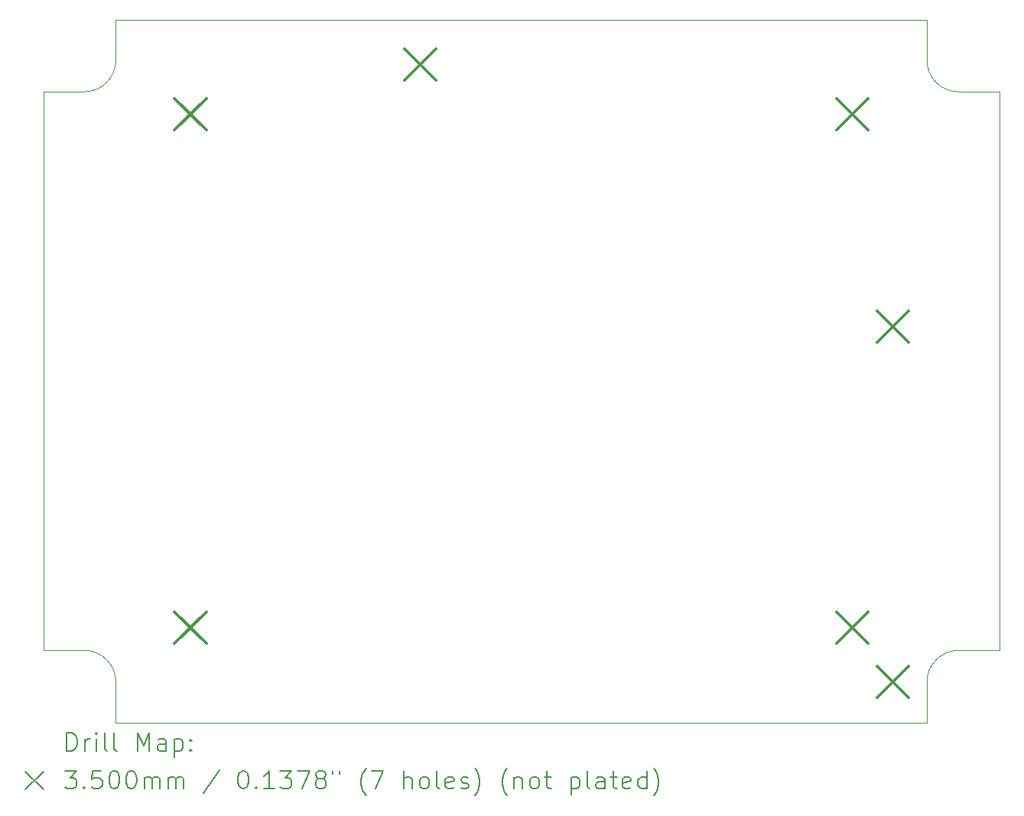
<source format=gbr>
%TF.GenerationSoftware,KiCad,Pcbnew,9.0.0*%
%TF.CreationDate,2025-10-31T12:43:10+01:00*%
%TF.ProjectId,popcorn_roaster,706f7063-6f72-46e5-9f72-6f6173746572,rev?*%
%TF.SameCoordinates,Original*%
%TF.FileFunction,Drillmap*%
%TF.FilePolarity,Positive*%
%FSLAX45Y45*%
G04 Gerber Fmt 4.5, Leading zero omitted, Abs format (unit mm)*
G04 Created by KiCad (PCBNEW 9.0.0) date 2025-10-31 12:43:10*
%MOMM*%
%LPD*%
G01*
G04 APERTURE LIST*
%ADD10C,0.050000*%
%ADD11C,0.200000*%
%ADD12C,0.350000*%
G04 APERTURE END LIST*
D10*
X9780000Y-7340000D02*
G75*
G02*
X10130000Y-6990000I350000J0D01*
G01*
X800000Y-450000D02*
G75*
G02*
X450000Y-800000I-350000J0D01*
G01*
X10580000Y-800000D02*
X10580000Y-6990000D01*
X10580000Y-6990000D02*
X10130000Y-6990000D01*
X800000Y-450000D02*
X800000Y0D01*
X450000Y-6990000D02*
G75*
G02*
X800000Y-7340000I0J-350000D01*
G01*
X0Y-800000D02*
X0Y-6990000D01*
X10130000Y-800000D02*
G75*
G02*
X9780000Y-450000I0J350000D01*
G01*
X0Y-800000D02*
X450000Y-800000D01*
X800000Y-7790000D02*
X800000Y-7340000D01*
X9780000Y-7340000D02*
X9780000Y-7790000D01*
X10130000Y-800000D02*
X10580000Y-800000D01*
X800000Y-7790000D02*
X9780000Y-7790000D01*
X450000Y-6990000D02*
X0Y-6990000D01*
X800000Y0D02*
X9780000Y0D01*
X9780000Y0D02*
X9780000Y-450000D01*
D11*
D12*
X1450000Y-875000D02*
X1800000Y-1225000D01*
X1800000Y-875000D02*
X1450000Y-1225000D01*
X1450000Y-6565000D02*
X1800000Y-6915000D01*
X1800000Y-6565000D02*
X1450000Y-6915000D01*
X3995000Y-322000D02*
X4345000Y-672000D01*
X4345000Y-322000D02*
X3995000Y-672000D01*
X8780000Y-875000D02*
X9130000Y-1225000D01*
X9130000Y-875000D02*
X8780000Y-1225000D01*
X8780000Y-6565000D02*
X9130000Y-6915000D01*
X9130000Y-6565000D02*
X8780000Y-6915000D01*
X9225000Y-3225000D02*
X9575000Y-3575000D01*
X9575000Y-3225000D02*
X9225000Y-3575000D01*
X9225000Y-7165000D02*
X9575000Y-7515000D01*
X9575000Y-7165000D02*
X9225000Y-7515000D01*
D11*
X258277Y-8103984D02*
X258277Y-7903984D01*
X258277Y-7903984D02*
X305896Y-7903984D01*
X305896Y-7903984D02*
X334467Y-7913508D01*
X334467Y-7913508D02*
X353515Y-7932555D01*
X353515Y-7932555D02*
X363039Y-7951603D01*
X363039Y-7951603D02*
X372562Y-7989698D01*
X372562Y-7989698D02*
X372562Y-8018269D01*
X372562Y-8018269D02*
X363039Y-8056365D01*
X363039Y-8056365D02*
X353515Y-8075412D01*
X353515Y-8075412D02*
X334467Y-8094460D01*
X334467Y-8094460D02*
X305896Y-8103984D01*
X305896Y-8103984D02*
X258277Y-8103984D01*
X458277Y-8103984D02*
X458277Y-7970650D01*
X458277Y-8008746D02*
X467801Y-7989698D01*
X467801Y-7989698D02*
X477324Y-7980174D01*
X477324Y-7980174D02*
X496372Y-7970650D01*
X496372Y-7970650D02*
X515420Y-7970650D01*
X582086Y-8103984D02*
X582086Y-7970650D01*
X582086Y-7903984D02*
X572563Y-7913508D01*
X572563Y-7913508D02*
X582086Y-7923031D01*
X582086Y-7923031D02*
X591610Y-7913508D01*
X591610Y-7913508D02*
X582086Y-7903984D01*
X582086Y-7903984D02*
X582086Y-7923031D01*
X705896Y-8103984D02*
X686848Y-8094460D01*
X686848Y-8094460D02*
X677324Y-8075412D01*
X677324Y-8075412D02*
X677324Y-7903984D01*
X810658Y-8103984D02*
X791610Y-8094460D01*
X791610Y-8094460D02*
X782086Y-8075412D01*
X782086Y-8075412D02*
X782086Y-7903984D01*
X1039229Y-8103984D02*
X1039229Y-7903984D01*
X1039229Y-7903984D02*
X1105896Y-8046841D01*
X1105896Y-8046841D02*
X1172563Y-7903984D01*
X1172563Y-7903984D02*
X1172563Y-8103984D01*
X1353515Y-8103984D02*
X1353515Y-7999222D01*
X1353515Y-7999222D02*
X1343991Y-7980174D01*
X1343991Y-7980174D02*
X1324944Y-7970650D01*
X1324944Y-7970650D02*
X1286848Y-7970650D01*
X1286848Y-7970650D02*
X1267801Y-7980174D01*
X1353515Y-8094460D02*
X1334467Y-8103984D01*
X1334467Y-8103984D02*
X1286848Y-8103984D01*
X1286848Y-8103984D02*
X1267801Y-8094460D01*
X1267801Y-8094460D02*
X1258277Y-8075412D01*
X1258277Y-8075412D02*
X1258277Y-8056365D01*
X1258277Y-8056365D02*
X1267801Y-8037317D01*
X1267801Y-8037317D02*
X1286848Y-8027793D01*
X1286848Y-8027793D02*
X1334467Y-8027793D01*
X1334467Y-8027793D02*
X1353515Y-8018269D01*
X1448753Y-7970650D02*
X1448753Y-8170650D01*
X1448753Y-7980174D02*
X1467801Y-7970650D01*
X1467801Y-7970650D02*
X1505896Y-7970650D01*
X1505896Y-7970650D02*
X1524943Y-7980174D01*
X1524943Y-7980174D02*
X1534467Y-7989698D01*
X1534467Y-7989698D02*
X1543991Y-8008746D01*
X1543991Y-8008746D02*
X1543991Y-8065888D01*
X1543991Y-8065888D02*
X1534467Y-8084936D01*
X1534467Y-8084936D02*
X1524943Y-8094460D01*
X1524943Y-8094460D02*
X1505896Y-8103984D01*
X1505896Y-8103984D02*
X1467801Y-8103984D01*
X1467801Y-8103984D02*
X1448753Y-8094460D01*
X1629705Y-8084936D02*
X1639229Y-8094460D01*
X1639229Y-8094460D02*
X1629705Y-8103984D01*
X1629705Y-8103984D02*
X1620182Y-8094460D01*
X1620182Y-8094460D02*
X1629705Y-8084936D01*
X1629705Y-8084936D02*
X1629705Y-8103984D01*
X1629705Y-7980174D02*
X1639229Y-7989698D01*
X1639229Y-7989698D02*
X1629705Y-7999222D01*
X1629705Y-7999222D02*
X1620182Y-7989698D01*
X1620182Y-7989698D02*
X1629705Y-7980174D01*
X1629705Y-7980174D02*
X1629705Y-7999222D01*
X-202500Y-8332500D02*
X-2500Y-8532500D01*
X-2500Y-8332500D02*
X-202500Y-8532500D01*
X239229Y-8323984D02*
X363039Y-8323984D01*
X363039Y-8323984D02*
X296372Y-8400174D01*
X296372Y-8400174D02*
X324944Y-8400174D01*
X324944Y-8400174D02*
X343991Y-8409698D01*
X343991Y-8409698D02*
X353515Y-8419222D01*
X353515Y-8419222D02*
X363039Y-8438270D01*
X363039Y-8438270D02*
X363039Y-8485889D01*
X363039Y-8485889D02*
X353515Y-8504936D01*
X353515Y-8504936D02*
X343991Y-8514460D01*
X343991Y-8514460D02*
X324944Y-8523984D01*
X324944Y-8523984D02*
X267801Y-8523984D01*
X267801Y-8523984D02*
X248753Y-8514460D01*
X248753Y-8514460D02*
X239229Y-8504936D01*
X448753Y-8504936D02*
X458277Y-8514460D01*
X458277Y-8514460D02*
X448753Y-8523984D01*
X448753Y-8523984D02*
X439229Y-8514460D01*
X439229Y-8514460D02*
X448753Y-8504936D01*
X448753Y-8504936D02*
X448753Y-8523984D01*
X639229Y-8323984D02*
X543991Y-8323984D01*
X543991Y-8323984D02*
X534467Y-8419222D01*
X534467Y-8419222D02*
X543991Y-8409698D01*
X543991Y-8409698D02*
X563039Y-8400174D01*
X563039Y-8400174D02*
X610658Y-8400174D01*
X610658Y-8400174D02*
X629705Y-8409698D01*
X629705Y-8409698D02*
X639229Y-8419222D01*
X639229Y-8419222D02*
X648753Y-8438270D01*
X648753Y-8438270D02*
X648753Y-8485889D01*
X648753Y-8485889D02*
X639229Y-8504936D01*
X639229Y-8504936D02*
X629705Y-8514460D01*
X629705Y-8514460D02*
X610658Y-8523984D01*
X610658Y-8523984D02*
X563039Y-8523984D01*
X563039Y-8523984D02*
X543991Y-8514460D01*
X543991Y-8514460D02*
X534467Y-8504936D01*
X772562Y-8323984D02*
X791610Y-8323984D01*
X791610Y-8323984D02*
X810658Y-8333508D01*
X810658Y-8333508D02*
X820182Y-8343031D01*
X820182Y-8343031D02*
X829705Y-8362079D01*
X829705Y-8362079D02*
X839229Y-8400174D01*
X839229Y-8400174D02*
X839229Y-8447793D01*
X839229Y-8447793D02*
X829705Y-8485889D01*
X829705Y-8485889D02*
X820182Y-8504936D01*
X820182Y-8504936D02*
X810658Y-8514460D01*
X810658Y-8514460D02*
X791610Y-8523984D01*
X791610Y-8523984D02*
X772562Y-8523984D01*
X772562Y-8523984D02*
X753515Y-8514460D01*
X753515Y-8514460D02*
X743991Y-8504936D01*
X743991Y-8504936D02*
X734467Y-8485889D01*
X734467Y-8485889D02*
X724943Y-8447793D01*
X724943Y-8447793D02*
X724943Y-8400174D01*
X724943Y-8400174D02*
X734467Y-8362079D01*
X734467Y-8362079D02*
X743991Y-8343031D01*
X743991Y-8343031D02*
X753515Y-8333508D01*
X753515Y-8333508D02*
X772562Y-8323984D01*
X963039Y-8323984D02*
X982086Y-8323984D01*
X982086Y-8323984D02*
X1001134Y-8333508D01*
X1001134Y-8333508D02*
X1010658Y-8343031D01*
X1010658Y-8343031D02*
X1020182Y-8362079D01*
X1020182Y-8362079D02*
X1029705Y-8400174D01*
X1029705Y-8400174D02*
X1029705Y-8447793D01*
X1029705Y-8447793D02*
X1020182Y-8485889D01*
X1020182Y-8485889D02*
X1010658Y-8504936D01*
X1010658Y-8504936D02*
X1001134Y-8514460D01*
X1001134Y-8514460D02*
X982086Y-8523984D01*
X982086Y-8523984D02*
X963039Y-8523984D01*
X963039Y-8523984D02*
X943991Y-8514460D01*
X943991Y-8514460D02*
X934467Y-8504936D01*
X934467Y-8504936D02*
X924943Y-8485889D01*
X924943Y-8485889D02*
X915420Y-8447793D01*
X915420Y-8447793D02*
X915420Y-8400174D01*
X915420Y-8400174D02*
X924943Y-8362079D01*
X924943Y-8362079D02*
X934467Y-8343031D01*
X934467Y-8343031D02*
X943991Y-8333508D01*
X943991Y-8333508D02*
X963039Y-8323984D01*
X1115420Y-8523984D02*
X1115420Y-8390650D01*
X1115420Y-8409698D02*
X1124944Y-8400174D01*
X1124944Y-8400174D02*
X1143991Y-8390650D01*
X1143991Y-8390650D02*
X1172563Y-8390650D01*
X1172563Y-8390650D02*
X1191610Y-8400174D01*
X1191610Y-8400174D02*
X1201134Y-8419222D01*
X1201134Y-8419222D02*
X1201134Y-8523984D01*
X1201134Y-8419222D02*
X1210658Y-8400174D01*
X1210658Y-8400174D02*
X1229705Y-8390650D01*
X1229705Y-8390650D02*
X1258277Y-8390650D01*
X1258277Y-8390650D02*
X1277325Y-8400174D01*
X1277325Y-8400174D02*
X1286848Y-8419222D01*
X1286848Y-8419222D02*
X1286848Y-8523984D01*
X1382086Y-8523984D02*
X1382086Y-8390650D01*
X1382086Y-8409698D02*
X1391610Y-8400174D01*
X1391610Y-8400174D02*
X1410658Y-8390650D01*
X1410658Y-8390650D02*
X1439229Y-8390650D01*
X1439229Y-8390650D02*
X1458277Y-8400174D01*
X1458277Y-8400174D02*
X1467801Y-8419222D01*
X1467801Y-8419222D02*
X1467801Y-8523984D01*
X1467801Y-8419222D02*
X1477324Y-8400174D01*
X1477324Y-8400174D02*
X1496372Y-8390650D01*
X1496372Y-8390650D02*
X1524943Y-8390650D01*
X1524943Y-8390650D02*
X1543991Y-8400174D01*
X1543991Y-8400174D02*
X1553515Y-8419222D01*
X1553515Y-8419222D02*
X1553515Y-8523984D01*
X1943991Y-8314460D02*
X1772563Y-8571603D01*
X2201134Y-8323984D02*
X2220182Y-8323984D01*
X2220182Y-8323984D02*
X2239229Y-8333508D01*
X2239229Y-8333508D02*
X2248753Y-8343031D01*
X2248753Y-8343031D02*
X2258277Y-8362079D01*
X2258277Y-8362079D02*
X2267801Y-8400174D01*
X2267801Y-8400174D02*
X2267801Y-8447793D01*
X2267801Y-8447793D02*
X2258277Y-8485889D01*
X2258277Y-8485889D02*
X2248753Y-8504936D01*
X2248753Y-8504936D02*
X2239229Y-8514460D01*
X2239229Y-8514460D02*
X2220182Y-8523984D01*
X2220182Y-8523984D02*
X2201134Y-8523984D01*
X2201134Y-8523984D02*
X2182087Y-8514460D01*
X2182087Y-8514460D02*
X2172563Y-8504936D01*
X2172563Y-8504936D02*
X2163039Y-8485889D01*
X2163039Y-8485889D02*
X2153515Y-8447793D01*
X2153515Y-8447793D02*
X2153515Y-8400174D01*
X2153515Y-8400174D02*
X2163039Y-8362079D01*
X2163039Y-8362079D02*
X2172563Y-8343031D01*
X2172563Y-8343031D02*
X2182087Y-8333508D01*
X2182087Y-8333508D02*
X2201134Y-8323984D01*
X2353515Y-8504936D02*
X2363039Y-8514460D01*
X2363039Y-8514460D02*
X2353515Y-8523984D01*
X2353515Y-8523984D02*
X2343991Y-8514460D01*
X2343991Y-8514460D02*
X2353515Y-8504936D01*
X2353515Y-8504936D02*
X2353515Y-8523984D01*
X2553515Y-8523984D02*
X2439229Y-8523984D01*
X2496372Y-8523984D02*
X2496372Y-8323984D01*
X2496372Y-8323984D02*
X2477325Y-8352555D01*
X2477325Y-8352555D02*
X2458277Y-8371603D01*
X2458277Y-8371603D02*
X2439229Y-8381127D01*
X2620182Y-8323984D02*
X2743991Y-8323984D01*
X2743991Y-8323984D02*
X2677325Y-8400174D01*
X2677325Y-8400174D02*
X2705896Y-8400174D01*
X2705896Y-8400174D02*
X2724944Y-8409698D01*
X2724944Y-8409698D02*
X2734468Y-8419222D01*
X2734468Y-8419222D02*
X2743991Y-8438270D01*
X2743991Y-8438270D02*
X2743991Y-8485889D01*
X2743991Y-8485889D02*
X2734468Y-8504936D01*
X2734468Y-8504936D02*
X2724944Y-8514460D01*
X2724944Y-8514460D02*
X2705896Y-8523984D01*
X2705896Y-8523984D02*
X2648753Y-8523984D01*
X2648753Y-8523984D02*
X2629706Y-8514460D01*
X2629706Y-8514460D02*
X2620182Y-8504936D01*
X2810658Y-8323984D02*
X2943991Y-8323984D01*
X2943991Y-8323984D02*
X2858277Y-8523984D01*
X3048753Y-8409698D02*
X3029706Y-8400174D01*
X3029706Y-8400174D02*
X3020182Y-8390650D01*
X3020182Y-8390650D02*
X3010658Y-8371603D01*
X3010658Y-8371603D02*
X3010658Y-8362079D01*
X3010658Y-8362079D02*
X3020182Y-8343031D01*
X3020182Y-8343031D02*
X3029706Y-8333508D01*
X3029706Y-8333508D02*
X3048753Y-8323984D01*
X3048753Y-8323984D02*
X3086848Y-8323984D01*
X3086848Y-8323984D02*
X3105896Y-8333508D01*
X3105896Y-8333508D02*
X3115420Y-8343031D01*
X3115420Y-8343031D02*
X3124944Y-8362079D01*
X3124944Y-8362079D02*
X3124944Y-8371603D01*
X3124944Y-8371603D02*
X3115420Y-8390650D01*
X3115420Y-8390650D02*
X3105896Y-8400174D01*
X3105896Y-8400174D02*
X3086848Y-8409698D01*
X3086848Y-8409698D02*
X3048753Y-8409698D01*
X3048753Y-8409698D02*
X3029706Y-8419222D01*
X3029706Y-8419222D02*
X3020182Y-8428746D01*
X3020182Y-8428746D02*
X3010658Y-8447793D01*
X3010658Y-8447793D02*
X3010658Y-8485889D01*
X3010658Y-8485889D02*
X3020182Y-8504936D01*
X3020182Y-8504936D02*
X3029706Y-8514460D01*
X3029706Y-8514460D02*
X3048753Y-8523984D01*
X3048753Y-8523984D02*
X3086848Y-8523984D01*
X3086848Y-8523984D02*
X3105896Y-8514460D01*
X3105896Y-8514460D02*
X3115420Y-8504936D01*
X3115420Y-8504936D02*
X3124944Y-8485889D01*
X3124944Y-8485889D02*
X3124944Y-8447793D01*
X3124944Y-8447793D02*
X3115420Y-8428746D01*
X3115420Y-8428746D02*
X3105896Y-8419222D01*
X3105896Y-8419222D02*
X3086848Y-8409698D01*
X3201134Y-8323984D02*
X3201134Y-8362079D01*
X3277325Y-8323984D02*
X3277325Y-8362079D01*
X3572563Y-8600174D02*
X3563039Y-8590650D01*
X3563039Y-8590650D02*
X3543991Y-8562079D01*
X3543991Y-8562079D02*
X3534468Y-8543031D01*
X3534468Y-8543031D02*
X3524944Y-8514460D01*
X3524944Y-8514460D02*
X3515420Y-8466841D01*
X3515420Y-8466841D02*
X3515420Y-8428746D01*
X3515420Y-8428746D02*
X3524944Y-8381127D01*
X3524944Y-8381127D02*
X3534468Y-8352555D01*
X3534468Y-8352555D02*
X3543991Y-8333508D01*
X3543991Y-8333508D02*
X3563039Y-8304936D01*
X3563039Y-8304936D02*
X3572563Y-8295412D01*
X3629706Y-8323984D02*
X3763039Y-8323984D01*
X3763039Y-8323984D02*
X3677325Y-8523984D01*
X3991610Y-8523984D02*
X3991610Y-8323984D01*
X4077325Y-8523984D02*
X4077325Y-8419222D01*
X4077325Y-8419222D02*
X4067801Y-8400174D01*
X4067801Y-8400174D02*
X4048753Y-8390650D01*
X4048753Y-8390650D02*
X4020182Y-8390650D01*
X4020182Y-8390650D02*
X4001134Y-8400174D01*
X4001134Y-8400174D02*
X3991610Y-8409698D01*
X4201134Y-8523984D02*
X4182087Y-8514460D01*
X4182087Y-8514460D02*
X4172563Y-8504936D01*
X4172563Y-8504936D02*
X4163039Y-8485889D01*
X4163039Y-8485889D02*
X4163039Y-8428746D01*
X4163039Y-8428746D02*
X4172563Y-8409698D01*
X4172563Y-8409698D02*
X4182087Y-8400174D01*
X4182087Y-8400174D02*
X4201134Y-8390650D01*
X4201134Y-8390650D02*
X4229706Y-8390650D01*
X4229706Y-8390650D02*
X4248753Y-8400174D01*
X4248753Y-8400174D02*
X4258277Y-8409698D01*
X4258277Y-8409698D02*
X4267801Y-8428746D01*
X4267801Y-8428746D02*
X4267801Y-8485889D01*
X4267801Y-8485889D02*
X4258277Y-8504936D01*
X4258277Y-8504936D02*
X4248753Y-8514460D01*
X4248753Y-8514460D02*
X4229706Y-8523984D01*
X4229706Y-8523984D02*
X4201134Y-8523984D01*
X4382087Y-8523984D02*
X4363039Y-8514460D01*
X4363039Y-8514460D02*
X4353515Y-8495412D01*
X4353515Y-8495412D02*
X4353515Y-8323984D01*
X4534468Y-8514460D02*
X4515420Y-8523984D01*
X4515420Y-8523984D02*
X4477325Y-8523984D01*
X4477325Y-8523984D02*
X4458277Y-8514460D01*
X4458277Y-8514460D02*
X4448753Y-8495412D01*
X4448753Y-8495412D02*
X4448753Y-8419222D01*
X4448753Y-8419222D02*
X4458277Y-8400174D01*
X4458277Y-8400174D02*
X4477325Y-8390650D01*
X4477325Y-8390650D02*
X4515420Y-8390650D01*
X4515420Y-8390650D02*
X4534468Y-8400174D01*
X4534468Y-8400174D02*
X4543992Y-8419222D01*
X4543992Y-8419222D02*
X4543992Y-8438270D01*
X4543992Y-8438270D02*
X4448753Y-8457317D01*
X4620182Y-8514460D02*
X4639230Y-8523984D01*
X4639230Y-8523984D02*
X4677325Y-8523984D01*
X4677325Y-8523984D02*
X4696373Y-8514460D01*
X4696373Y-8514460D02*
X4705896Y-8495412D01*
X4705896Y-8495412D02*
X4705896Y-8485889D01*
X4705896Y-8485889D02*
X4696373Y-8466841D01*
X4696373Y-8466841D02*
X4677325Y-8457317D01*
X4677325Y-8457317D02*
X4648753Y-8457317D01*
X4648753Y-8457317D02*
X4629706Y-8447793D01*
X4629706Y-8447793D02*
X4620182Y-8428746D01*
X4620182Y-8428746D02*
X4620182Y-8419222D01*
X4620182Y-8419222D02*
X4629706Y-8400174D01*
X4629706Y-8400174D02*
X4648753Y-8390650D01*
X4648753Y-8390650D02*
X4677325Y-8390650D01*
X4677325Y-8390650D02*
X4696373Y-8400174D01*
X4772563Y-8600174D02*
X4782087Y-8590650D01*
X4782087Y-8590650D02*
X4801134Y-8562079D01*
X4801134Y-8562079D02*
X4810658Y-8543031D01*
X4810658Y-8543031D02*
X4820182Y-8514460D01*
X4820182Y-8514460D02*
X4829706Y-8466841D01*
X4829706Y-8466841D02*
X4829706Y-8428746D01*
X4829706Y-8428746D02*
X4820182Y-8381127D01*
X4820182Y-8381127D02*
X4810658Y-8352555D01*
X4810658Y-8352555D02*
X4801134Y-8333508D01*
X4801134Y-8333508D02*
X4782087Y-8304936D01*
X4782087Y-8304936D02*
X4772563Y-8295412D01*
X5134468Y-8600174D02*
X5124944Y-8590650D01*
X5124944Y-8590650D02*
X5105896Y-8562079D01*
X5105896Y-8562079D02*
X5096373Y-8543031D01*
X5096373Y-8543031D02*
X5086849Y-8514460D01*
X5086849Y-8514460D02*
X5077325Y-8466841D01*
X5077325Y-8466841D02*
X5077325Y-8428746D01*
X5077325Y-8428746D02*
X5086849Y-8381127D01*
X5086849Y-8381127D02*
X5096373Y-8352555D01*
X5096373Y-8352555D02*
X5105896Y-8333508D01*
X5105896Y-8333508D02*
X5124944Y-8304936D01*
X5124944Y-8304936D02*
X5134468Y-8295412D01*
X5210658Y-8390650D02*
X5210658Y-8523984D01*
X5210658Y-8409698D02*
X5220182Y-8400174D01*
X5220182Y-8400174D02*
X5239230Y-8390650D01*
X5239230Y-8390650D02*
X5267801Y-8390650D01*
X5267801Y-8390650D02*
X5286849Y-8400174D01*
X5286849Y-8400174D02*
X5296373Y-8419222D01*
X5296373Y-8419222D02*
X5296373Y-8523984D01*
X5420182Y-8523984D02*
X5401134Y-8514460D01*
X5401134Y-8514460D02*
X5391611Y-8504936D01*
X5391611Y-8504936D02*
X5382087Y-8485889D01*
X5382087Y-8485889D02*
X5382087Y-8428746D01*
X5382087Y-8428746D02*
X5391611Y-8409698D01*
X5391611Y-8409698D02*
X5401134Y-8400174D01*
X5401134Y-8400174D02*
X5420182Y-8390650D01*
X5420182Y-8390650D02*
X5448754Y-8390650D01*
X5448754Y-8390650D02*
X5467801Y-8400174D01*
X5467801Y-8400174D02*
X5477325Y-8409698D01*
X5477325Y-8409698D02*
X5486849Y-8428746D01*
X5486849Y-8428746D02*
X5486849Y-8485889D01*
X5486849Y-8485889D02*
X5477325Y-8504936D01*
X5477325Y-8504936D02*
X5467801Y-8514460D01*
X5467801Y-8514460D02*
X5448754Y-8523984D01*
X5448754Y-8523984D02*
X5420182Y-8523984D01*
X5543992Y-8390650D02*
X5620182Y-8390650D01*
X5572563Y-8323984D02*
X5572563Y-8495412D01*
X5572563Y-8495412D02*
X5582087Y-8514460D01*
X5582087Y-8514460D02*
X5601134Y-8523984D01*
X5601134Y-8523984D02*
X5620182Y-8523984D01*
X5839230Y-8390650D02*
X5839230Y-8590650D01*
X5839230Y-8400174D02*
X5858277Y-8390650D01*
X5858277Y-8390650D02*
X5896373Y-8390650D01*
X5896373Y-8390650D02*
X5915420Y-8400174D01*
X5915420Y-8400174D02*
X5924944Y-8409698D01*
X5924944Y-8409698D02*
X5934468Y-8428746D01*
X5934468Y-8428746D02*
X5934468Y-8485889D01*
X5934468Y-8485889D02*
X5924944Y-8504936D01*
X5924944Y-8504936D02*
X5915420Y-8514460D01*
X5915420Y-8514460D02*
X5896373Y-8523984D01*
X5896373Y-8523984D02*
X5858277Y-8523984D01*
X5858277Y-8523984D02*
X5839230Y-8514460D01*
X6048753Y-8523984D02*
X6029706Y-8514460D01*
X6029706Y-8514460D02*
X6020182Y-8495412D01*
X6020182Y-8495412D02*
X6020182Y-8323984D01*
X6210658Y-8523984D02*
X6210658Y-8419222D01*
X6210658Y-8419222D02*
X6201134Y-8400174D01*
X6201134Y-8400174D02*
X6182087Y-8390650D01*
X6182087Y-8390650D02*
X6143992Y-8390650D01*
X6143992Y-8390650D02*
X6124944Y-8400174D01*
X6210658Y-8514460D02*
X6191611Y-8523984D01*
X6191611Y-8523984D02*
X6143992Y-8523984D01*
X6143992Y-8523984D02*
X6124944Y-8514460D01*
X6124944Y-8514460D02*
X6115420Y-8495412D01*
X6115420Y-8495412D02*
X6115420Y-8476365D01*
X6115420Y-8476365D02*
X6124944Y-8457317D01*
X6124944Y-8457317D02*
X6143992Y-8447793D01*
X6143992Y-8447793D02*
X6191611Y-8447793D01*
X6191611Y-8447793D02*
X6210658Y-8438270D01*
X6277325Y-8390650D02*
X6353515Y-8390650D01*
X6305896Y-8323984D02*
X6305896Y-8495412D01*
X6305896Y-8495412D02*
X6315420Y-8514460D01*
X6315420Y-8514460D02*
X6334468Y-8523984D01*
X6334468Y-8523984D02*
X6353515Y-8523984D01*
X6496373Y-8514460D02*
X6477325Y-8523984D01*
X6477325Y-8523984D02*
X6439230Y-8523984D01*
X6439230Y-8523984D02*
X6420182Y-8514460D01*
X6420182Y-8514460D02*
X6410658Y-8495412D01*
X6410658Y-8495412D02*
X6410658Y-8419222D01*
X6410658Y-8419222D02*
X6420182Y-8400174D01*
X6420182Y-8400174D02*
X6439230Y-8390650D01*
X6439230Y-8390650D02*
X6477325Y-8390650D01*
X6477325Y-8390650D02*
X6496373Y-8400174D01*
X6496373Y-8400174D02*
X6505896Y-8419222D01*
X6505896Y-8419222D02*
X6505896Y-8438270D01*
X6505896Y-8438270D02*
X6410658Y-8457317D01*
X6677325Y-8523984D02*
X6677325Y-8323984D01*
X6677325Y-8514460D02*
X6658277Y-8523984D01*
X6658277Y-8523984D02*
X6620182Y-8523984D01*
X6620182Y-8523984D02*
X6601134Y-8514460D01*
X6601134Y-8514460D02*
X6591611Y-8504936D01*
X6591611Y-8504936D02*
X6582087Y-8485889D01*
X6582087Y-8485889D02*
X6582087Y-8428746D01*
X6582087Y-8428746D02*
X6591611Y-8409698D01*
X6591611Y-8409698D02*
X6601134Y-8400174D01*
X6601134Y-8400174D02*
X6620182Y-8390650D01*
X6620182Y-8390650D02*
X6658277Y-8390650D01*
X6658277Y-8390650D02*
X6677325Y-8400174D01*
X6753515Y-8600174D02*
X6763039Y-8590650D01*
X6763039Y-8590650D02*
X6782087Y-8562079D01*
X6782087Y-8562079D02*
X6791611Y-8543031D01*
X6791611Y-8543031D02*
X6801134Y-8514460D01*
X6801134Y-8514460D02*
X6810658Y-8466841D01*
X6810658Y-8466841D02*
X6810658Y-8428746D01*
X6810658Y-8428746D02*
X6801134Y-8381127D01*
X6801134Y-8381127D02*
X6791611Y-8352555D01*
X6791611Y-8352555D02*
X6782087Y-8333508D01*
X6782087Y-8333508D02*
X6763039Y-8304936D01*
X6763039Y-8304936D02*
X6753515Y-8295412D01*
M02*

</source>
